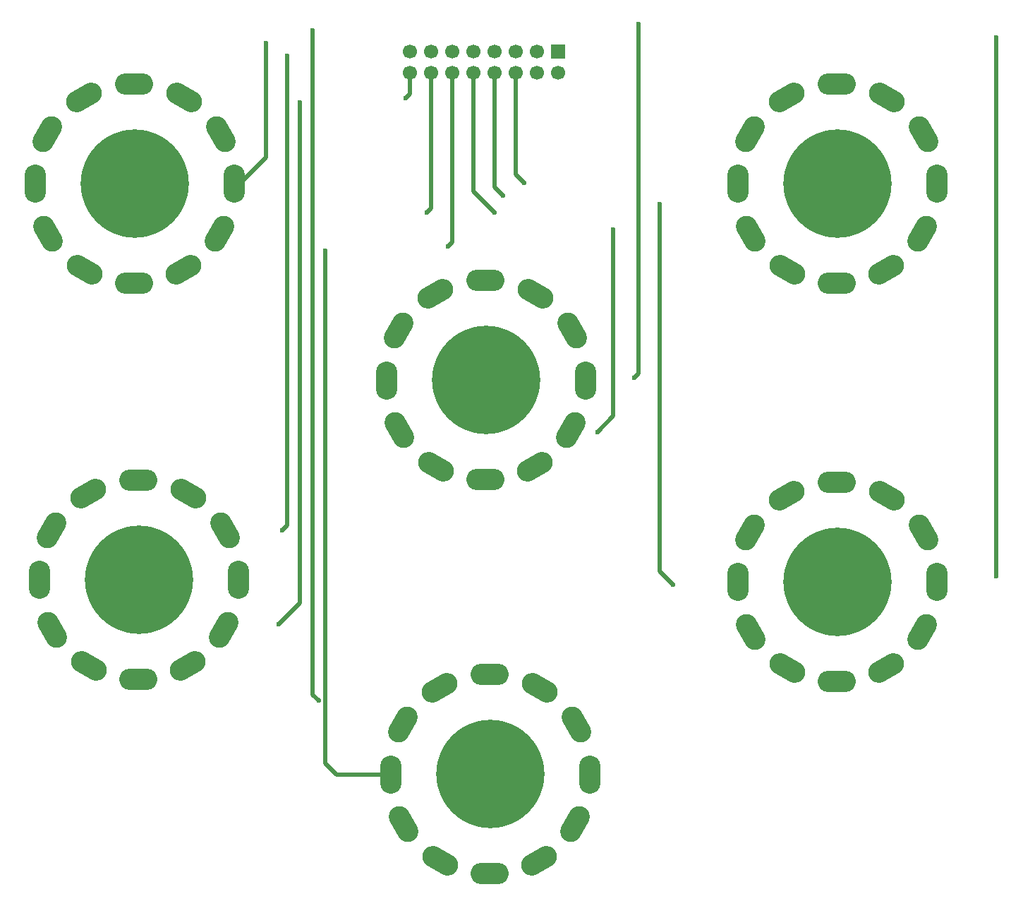
<source format=gbr>
%TF.GenerationSoftware,KiCad,Pcbnew,(6.0.10)*%
%TF.CreationDate,2023-01-12T16:06:26-05:00*%
%TF.ProjectId,pump_board,70756d70-5f62-46f6-9172-642e6b696361,rev?*%
%TF.SameCoordinates,Original*%
%TF.FileFunction,Copper,L1,Top*%
%TF.FilePolarity,Positive*%
%FSLAX46Y46*%
G04 Gerber Fmt 4.6, Leading zero omitted, Abs format (unit mm)*
G04 Created by KiCad (PCBNEW (6.0.10)) date 2023-01-12 16:06:26*
%MOMM*%
%LPD*%
G01*
G04 APERTURE LIST*
G04 Aperture macros list*
%AMHorizOval*
0 Thick line with rounded ends*
0 $1 width*
0 $2 $3 position (X,Y) of the first rounded end (center of the circle)*
0 $4 $5 position (X,Y) of the second rounded end (center of the circle)*
0 Add line between two ends*
20,1,$1,$2,$3,$4,$5,0*
0 Add two circle primitives to create the rounded ends*
1,1,$1,$2,$3*
1,1,$1,$4,$5*%
G04 Aperture macros list end*
%TA.AperFunction,ComponentPad*%
%ADD10HorizOval,2.540000X-0.508000X0.879882X0.508000X-0.879882X0*%
%TD*%
%TA.AperFunction,ComponentPad*%
%ADD11HorizOval,2.540000X-0.508000X-0.879882X0.508000X0.879882X0*%
%TD*%
%TA.AperFunction,ComponentPad*%
%ADD12O,4.572000X2.540000*%
%TD*%
%TA.AperFunction,ComponentPad*%
%ADD13HorizOval,2.540000X-0.879882X0.508000X0.879882X-0.508000X0*%
%TD*%
%TA.AperFunction,ComponentPad*%
%ADD14HorizOval,2.540000X-0.879882X-0.508000X0.879882X0.508000X0*%
%TD*%
%TA.AperFunction,ComponentPad*%
%ADD15O,2.540000X4.572000*%
%TD*%
%TA.AperFunction,WasherPad*%
%ADD16C,13.000000*%
%TD*%
%TA.AperFunction,ComponentPad*%
%ADD17R,1.700000X1.700000*%
%TD*%
%TA.AperFunction,ComponentPad*%
%ADD18C,1.700000*%
%TD*%
%TA.AperFunction,ViaPad*%
%ADD19C,0.600000*%
%TD*%
%TA.AperFunction,Conductor*%
%ADD20C,0.508000*%
%TD*%
G04 APERTURE END LIST*
D10*
%TO.P,U5,2,NEG(-)*%
%TO.N,Net-(U5-Pad2)*%
X158617058Y-151054024D03*
D11*
X137845900Y-151060774D03*
D12*
X148227812Y-145065179D03*
D13*
X154226169Y-146666909D03*
D14*
X142232217Y-146666909D03*
D15*
X160229098Y-157049618D03*
D14*
%TO.P,U5,1,POS(+)*%
%TO.N,Net-(U5-Pad1)*%
X154170218Y-167344131D03*
D12*
X148227813Y-168941178D03*
D10*
X137939836Y-162992024D03*
D13*
X142288170Y-167344131D03*
D15*
X136353098Y-157049619D03*
D11*
X158523122Y-162998773D03*
D16*
%TO.P,U5,*%
%TO.N,*%
X148354039Y-157001322D03*
%TD*%
D14*
%TO.P,U1,2,NEG(-)*%
%TO.N,Net-(U1-Pad2)*%
X58412217Y-146412909D03*
D11*
X54025900Y-150806774D03*
D12*
X64407812Y-144811179D03*
D13*
X70406169Y-146412909D03*
D15*
X76409098Y-156795618D03*
D10*
X74797058Y-150800024D03*
D13*
%TO.P,U1,1,POS(+)*%
%TO.N,Net-(U1-Pad1)*%
X58468170Y-167090131D03*
D14*
X70350218Y-167090131D03*
D15*
X52533098Y-156795619D03*
D10*
X54119836Y-162738024D03*
D11*
X74703122Y-162744773D03*
D12*
X64407813Y-168687178D03*
D16*
%TO.P,U1,*%
%TO.N,*%
X64534039Y-156747322D03*
%TD*%
%TO.P,U2,*%
%TO.N,*%
X64026039Y-109249322D03*
D13*
%TO.P,U2,1,POS(+)*%
%TO.N,Net-(U2-Pad1)*%
X57960170Y-119592131D03*
D12*
X63899813Y-121189178D03*
D11*
X74195122Y-115246773D03*
D15*
X52025098Y-109297619D03*
D10*
X53611836Y-115240024D03*
D14*
X69842218Y-119592131D03*
D15*
%TO.P,U2,2,NEG(-)*%
%TO.N,Net-(U2-Pad2)*%
X75901098Y-109297618D03*
D14*
X57904217Y-98914909D03*
D12*
X63899812Y-97313179D03*
D13*
X69898169Y-98914909D03*
D11*
X53517900Y-103308774D03*
D10*
X74289058Y-103302024D03*
%TD*%
D16*
%TO.P,U3,*%
%TO.N,*%
X106698039Y-180084144D03*
D11*
%TO.P,U3,1,POS(+)*%
%TO.N,Net-(U3-Pad1)*%
X116867122Y-186081595D03*
D10*
X96283836Y-186074846D03*
D15*
X94697098Y-180132441D03*
D12*
X106571813Y-192024000D03*
D13*
X100632170Y-190426953D03*
D14*
X112514218Y-190426953D03*
D12*
%TO.P,U3,2,NEG(-)*%
%TO.N,Net-(U3-Pad2)*%
X106571812Y-168148001D03*
D10*
X116961058Y-174136846D03*
D14*
X100576217Y-169749731D03*
D11*
X96189900Y-174143596D03*
D13*
X112570169Y-169749731D03*
D15*
X118573098Y-180132440D03*
%TD*%
D16*
%TO.P,U4,*%
%TO.N,*%
X106190039Y-132840144D03*
D15*
%TO.P,U4,1,POS(+)*%
%TO.N,Net-(U4-Pad1)*%
X94189098Y-132888441D03*
D12*
X106063813Y-144780000D03*
D13*
X100124170Y-143182953D03*
D11*
X116359122Y-138837595D03*
D10*
X95775836Y-138830846D03*
D14*
X112006218Y-143182953D03*
D11*
%TO.P,U4,2,NEG(-)*%
%TO.N,Net-(U4-Pad2)*%
X95681900Y-126899596D03*
D14*
X100068217Y-122505731D03*
D13*
X112062169Y-122505731D03*
D10*
X116453058Y-126892846D03*
D15*
X118065098Y-132888440D03*
D12*
X106063812Y-120904001D03*
%TD*%
D16*
%TO.P,U6,*%
%TO.N,*%
X148354039Y-109249322D03*
D12*
%TO.P,U6,1,POS(+)*%
%TO.N,Net-(U6-Pad1)*%
X148227813Y-121189178D03*
D11*
X158523122Y-115246773D03*
D13*
X142288170Y-119592131D03*
D10*
X137939836Y-115240024D03*
D14*
X154170218Y-119592131D03*
D15*
X136353098Y-109297619D03*
D12*
%TO.P,U6,2,NEG(-)*%
%TO.N,Net-(U6-Pad2)*%
X148227812Y-97313179D03*
D10*
X158617058Y-103302024D03*
D13*
X154226169Y-98914909D03*
D11*
X137845900Y-103308774D03*
D15*
X160229098Y-109297618D03*
D14*
X142232217Y-98914909D03*
%TD*%
D17*
%TO.P,J1,1,Pin_1*%
%TO.N,/x*%
X114808000Y-93472000D03*
D18*
%TO.P,J1,2,Pin_2*%
X114808000Y-96012000D03*
%TO.P,J1,3,Pin_3*%
X112268000Y-93472000D03*
%TO.P,J1,4,Pin_4*%
X112268000Y-96012000D03*
%TO.P,J1,5,Pin_5*%
%TO.N,Net-(U6-Pad2)*%
X109728000Y-93472000D03*
%TO.P,J1,6,Pin_6*%
%TO.N,Net-(U6-Pad1)*%
X109728000Y-96012000D03*
%TO.P,J1,7,Pin_7*%
%TO.N,Net-(U5-Pad2)*%
X107188000Y-93472000D03*
%TO.P,J1,8,Pin_8*%
%TO.N,Net-(U5-Pad1)*%
X107188000Y-96012000D03*
%TO.P,J1,9,Pin_9*%
%TO.N,Net-(U4-Pad2)*%
X104648000Y-93472000D03*
%TO.P,J1,10,Pin_10*%
%TO.N,Net-(U4-Pad1)*%
X104648000Y-96012000D03*
%TO.P,J1,11,Pin_11*%
%TO.N,Net-(U3-Pad2)*%
X102108000Y-93472000D03*
%TO.P,J1,12,Pin_12*%
%TO.N,Net-(U3-Pad1)*%
X102108000Y-96012000D03*
%TO.P,J1,13,Pin_13*%
%TO.N,Net-(U2-Pad2)*%
X99568000Y-93472000D03*
%TO.P,J1,14,Pin_14*%
%TO.N,Net-(U2-Pad1)*%
X99568000Y-96012000D03*
%TO.P,J1,15,Pin_15*%
%TO.N,Net-(U1-Pad2)*%
X97028000Y-93472000D03*
%TO.P,J1,16,Pin_16*%
%TO.N,Net-(U1-Pad1)*%
X97028000Y-96012000D03*
%TD*%
D19*
%TO.N,Net-(U4-Pad2)*%
X124460000Y-90124500D03*
%TO.N,Net-(U3-Pad1)*%
X86868000Y-117348000D03*
%TO.N,Net-(U4-Pad2)*%
X123952000Y-132588000D03*
X112062169Y-122505731D03*
%TO.N,Net-(U3-Pad2)*%
X86060500Y-171284543D03*
X85344000Y-90932000D03*
%TO.N,Net-(U4-Pad1)*%
X119535178Y-139036822D03*
X121412000Y-114808000D03*
X107188000Y-112776000D03*
%TO.N,Net-(U3-Pad1)*%
X101600000Y-116840000D03*
%TO.N,Net-(U5-Pad1)*%
X128634000Y-157370000D03*
X108204000Y-110744000D03*
X127000000Y-111760000D03*
%TO.N,Net-(U5-Pad2)*%
X167410000Y-91718000D03*
%TO.N,Net-(U6-Pad1)*%
X110744000Y-109220000D03*
%TO.N,Net-(U2-Pad1)*%
X99060000Y-112776000D03*
%TO.N,Net-(U2-Pad2)*%
X79756000Y-92456000D03*
%TO.N,Net-(U1-Pad2)*%
X81712024Y-150800024D03*
X82296000Y-93980000D03*
%TO.N,Net-(U1-Pad1)*%
X83820000Y-99568000D03*
X96520000Y-99060000D03*
X81288000Y-162060000D03*
%TO.N,Net-(U5-Pad2)*%
X167410000Y-156380000D03*
%TD*%
D20*
%TO.N,Net-(U4-Pad2)*%
X123952000Y-132588000D02*
X124460000Y-132080000D01*
X124460000Y-132080000D02*
X124460000Y-90124500D01*
%TO.N,Net-(U3-Pad1)*%
X86868000Y-178816000D02*
X86868000Y-117348000D01*
X88184441Y-180132441D02*
X86868000Y-178816000D01*
X94697098Y-180132441D02*
X88184441Y-180132441D01*
%TO.N,Net-(U3-Pad2)*%
X85344000Y-170568043D02*
X86060500Y-171284543D01*
X85344000Y-90932000D02*
X85344000Y-170568043D01*
%TO.N,Net-(U4-Pad1)*%
X121412000Y-137160000D02*
X119535178Y-139036822D01*
X121412000Y-114808000D02*
X121412000Y-137160000D01*
X104648000Y-110236000D02*
X107188000Y-112776000D01*
X104648000Y-96012000D02*
X104648000Y-110236000D01*
%TO.N,Net-(U3-Pad1)*%
X102108000Y-116332000D02*
X101600000Y-116840000D01*
X102108000Y-96012000D02*
X102108000Y-116332000D01*
%TO.N,Net-(U5-Pad1)*%
X127000000Y-155736000D02*
X128634000Y-157370000D01*
X127000000Y-111760000D02*
X127000000Y-155736000D01*
X107188000Y-109728000D02*
X108204000Y-110744000D01*
X107188000Y-96012000D02*
X107188000Y-109728000D01*
%TO.N,Net-(U5-Pad2)*%
X167410000Y-91718000D02*
X167410000Y-156380000D01*
%TO.N,Net-(U6-Pad1)*%
X109728000Y-108204000D02*
X110744000Y-109220000D01*
X109728000Y-96012000D02*
X109728000Y-108204000D01*
%TO.N,Net-(U2-Pad1)*%
X99568000Y-112268000D02*
X99060000Y-112776000D01*
X99568000Y-96012000D02*
X99568000Y-112268000D01*
%TO.N,Net-(U2-Pad2)*%
X79756000Y-92456000D02*
X79756000Y-106172000D01*
X76630382Y-109297618D02*
X75901098Y-109297618D01*
X79756000Y-106172000D02*
X76630382Y-109297618D01*
%TO.N,Net-(U1-Pad2)*%
X82296000Y-150216048D02*
X81712024Y-150800024D01*
X82296000Y-93980000D02*
X82296000Y-150216048D01*
%TO.N,Net-(U1-Pad1)*%
X83820000Y-159528000D02*
X81288000Y-162060000D01*
X83820000Y-99568000D02*
X83820000Y-159528000D01*
X97028000Y-96012000D02*
X97028000Y-98552000D01*
X97028000Y-98552000D02*
X96520000Y-99060000D01*
%TD*%
M02*

</source>
